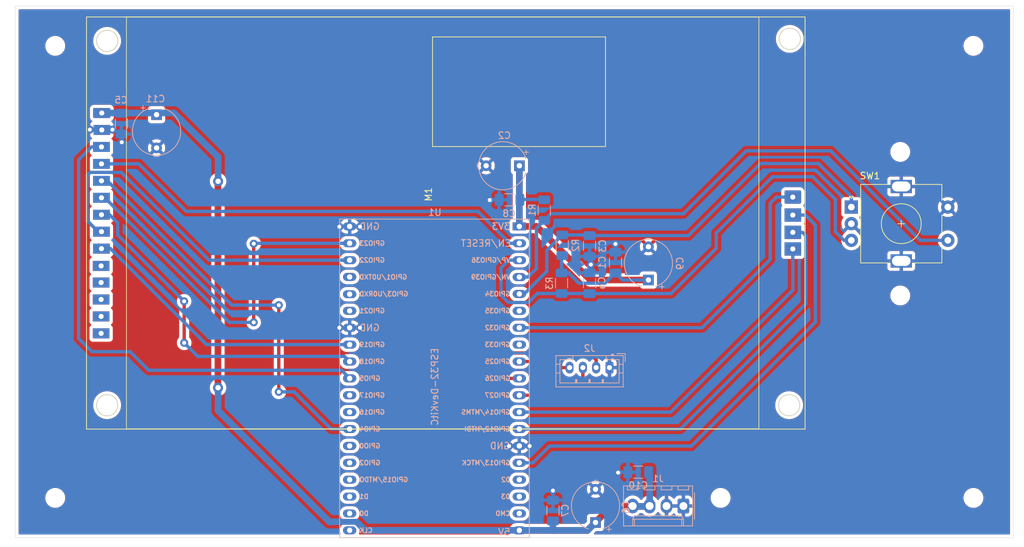
<source format=kicad_pcb>
(kicad_pcb (version 20241229) (generator "pcbnew") (generator_version "9.0")
  (layers (0 "F.Cu" signal) (2 "B.Cu" signal) (13 "F.Paste" user) (15 "B.Paste" user) (5 "F.SilkS" user "F.Silkscreen") (7 "B.SilkS" user "B.Silkscreen") (1 "F.Mask" user) (3 "B.Mask" user) (25 "Edge.Cuts" user))
  (net 0 "")
  (net 1 "GND")
  (net 2 "+3.3V")
  (net 3 "Net-(U1-VDET_1{slash}GPIO34{slash}ADC1_CH6)")
  (net 4 "Net-(U1-SENSOR_VP{slash}GPIO36{slash}ADC1_CH0)")
  (net 5 "/BCK")
  (net 6 "/LCK")
  (net 8 "sck")
  (net 9 "cs")
  (net 10 "sd(cs)")
  (net 12 "sdi(mosi)")
  (net 13 "dc{slash}rs")
  (net 14 "sdo(miso)")
  (net 17 "led backlight")
  (net 19 "reset")
  (net 20 "Net-(U1-SENSOR_VN{slash}GPIO39{slash}ADC1_CH3)")
  (net 21 "sd(mosi)")
  (net 24 "sd(miso)")
  (net 34 "sd(sck)")
  (net 40 "+5VA")
  (net 41 "/DIN")
  (footprint "MountingHole:MountingHole_2.5mm" (layer "F.Cu") (at 214 70.95)
    (property "Reference" "H7" (hide yes))
    (property "Value" "MountingHole" (hide yes))
    (pad "" np_thru_hole circle (at 0 0) (size 2.5 2.5) (drill 2.5) (layers "*.Cu" "*.Mask"))
  )
  (footprint "MountingHole:MountingHole_2.5mm" (layer "F.Cu") (at 225 55)
    (property "Reference" "H6" (hide yes))
    (property "Value" "MountingHole" (hide yes))
    (pad "" np_thru_hole circle (at 0 0) (size 2.5 2.5) (drill 2.5) (layers "*.Cu" "*.Mask"))
  )
  (footprint "Ekrany_TFT_LED:TFT_displayLED_TFT_display_4inch_480x320_ST7796S" (layer "F.Cu") (at 146.7 77.65 90)
    (property "Reference" "M1" (at 0.3 -3.6 90) (layer "F.SilkS"))
    (property "Value" "~")
    (fp_rect (start -35 -55) (end 27 53) (stroke (width 0.12)) (fill no) (layer "F.SilkS"))
    (fp_rect (start -34.95 -49) (end 27 46.05) (stroke (width 0.1)) (fill no) (layer "F.SilkS"))
    (fp_rect (start 7.5 -3) (end 24 23) (stroke (width 0.12)) (fill no) (layer "F.SilkS"))
    (fp_circle (center 23.4 -51.9) (end 23.4 -50.3) (stroke (width 0.12)) (fill no) (layer "F.SilkS"))
    (fp_circle (center -31.4 -51.9) (end -31.4 -50.3) (stroke (width 0.12)) (fill no) (layer "F.SilkS"))
    (fp_circle (center -31.4 50.6) (end -31.4 52.2) (stroke (width 0.12)) (fill no) (layer "F.SilkS"))
    (fp_circle (center 23.7 50.7) (end 23.7 52.3) (stroke (width 0.12)) (fill no) (layer "F.SilkS"))
    (fp_circle (center 23.4 -51.9) (end 25 -51.9) (stroke (width 0.12)) (fill no) (layer "Edge.Cuts"))
    (fp_circle (center -31.4 -51.9) (end -29.8 -51.9) (stroke (width 0.12)) (fill no) (layer "Edge.Cuts"))
    (fp_circle (center -31.4 50.6) (end -29.8 50.6) (stroke (width 0.12)) (fill no) (layer "Edge.Cuts"))
    (fp_circle (center 23.7 50.7) (end 25.3 50.7) (stroke (width 0.12)) (fill no) (layer "Edge.Cuts"))
    (pad "1" thru_hole roundrect (at 12.55 -52.7 90) (size 1.5 2.6) (drill 0.762) (layers "*.Cu" "*.Mask") (roundrect_rratio 0.1136363636) (net 40 "+5VA"))
    (pad "2" thru_hole rect (at 10 -52.7 90) (size 1.5 2.5) (drill 0.762) (layers "*.Cu" "*.Mask") (net 1 "GND"))
    (pad "3" thru_hole rect (at 7.45 -52.75 90) (size 1.5 2.5) (drill 0.762) (layers "*.Cu" "*.Mask") (net 9 "cs"))
    (pad "4" thru_hole rect (at 4.9 -52.75 90) (size 1.5 2.5) (drill 0.762) (layers "*.Cu" "*.Mask") (net 19 "reset"))
    (pad "5" thru_hole rect (at 2.35 -52.75 90) (size 1.5 2.5) (drill 0.762) (layers "*.Cu" "*.Mask") (net 13 "dc{slash}rs"))
    (pad "6" thru_hole rect (at -0.2 -52.75 90) (size 1.5 2.5) (drill 0.762) (layers "*.Cu" "*.Mask") (net 12 "sdi(mosi)"))
    (pad "7" thru_hole rect (at -2.75 -52.75 90) (size 1.5 2.5) (drill 0.762) (layers "*.Cu" "*.Mask") (net 8 "sck"))
    (pad "8" thru_hole rect (at -5.3 -52.75 90) (size 1.5 2.5) (drill 0.762) (layers "*.Cu" "*.Mask") (net 17 "led backlight"))
    (pad "9" thru_hole rect (at -7.85 -52.75 90) (size 1.5 2.5) (drill 0.762) (layers "*.Cu" "*.Mask") (net 14 "sdo(miso)"))
    (pad "10" thru_hole rect (at -10.45 -52.8 90) (size 1.5 2.5) (drill 0.762) (layers "*.Cu" "*.Mask"))
    (pad "11" thru_hole rect (at -12.95 -52.8 90) (size 1.5 2.5) (drill 0.762) (layers "*.Cu" "*.Mask"))
    (pad "12" thru_hole rect (at -15.5 -52.8 90) (size 1.5 2.5) (drill 0.762) (layers "*.Cu" "*.Mask"))
    (pad "13" thru_hole rect (at -18.05 -52.8 90) (size 1.5 2.5) (drill 0.762) (layers "*.Cu" "*.Mask"))
    (pad "14" thru_hole rect (at -20.6 -52.8 90) (size 1.5 2.5) (drill 0.762) (layers "*.Cu" "*.Mask"))
    (pad "A" thru_hole roundrect (at -0.1 51.15 90) (size 2 2.5) (drill 0.762) (layers "*.Cu" "*.Mask") (roundrect_rratio 0.1086956522) (net 10 "sd(cs)"))
    (pad "B" thru_hole rect (at -2.8 51.15 90) (size 2 2.5) (drill 0.762) (layers "*.Cu" "*.Mask") (net 21 "sd(mosi)"))
    (pad "C" thru_hole rect (at -5.4 51.15 90) (size 2 2.5) (drill 0.762) (layers "*.Cu" "*.Mask") (net 24 "sd(miso)"))
    (pad "D" thru_hole rect (at -7.9 51.15 90) (size 2 2.5) (drill 0.762) (layers "*.Cu" "*.Mask") (net 34 "sd(sck)"))
  )
  (footprint "MountingHole:MountingHole_2.5mm" (layer "F.Cu") (at 214 92.55)
    (property "Reference" "H4" (hide yes))
    (property "Value" "MountingHole" (hide yes))
    (pad "" np_thru_hole circle (at 0 0) (size 2.5 2.5) (drill 2.5) (layers "*.Cu" "*.Mask"))
  )
  (footprint "MountingHole:MountingHole_2.5mm" (layer "F.Cu") (at 225 123)
    (property "Reference" "H5" (hide yes))
    (property "Value" "MountingHole" (hide yes))
    (pad "" np_thru_hole circle (at 0 0) (size 2.5 2.5) (drill 2.5) (layers "*.Cu" "*.Mask"))
  )
  (footprint "MountingHole:MountingHole_2.5mm" (layer "F.Cu") (at 87 123)
    (property "Reference" "H1" (hide yes))
    (property "Value" "MountingHole" (hide yes))
    (pad "" np_thru_hole circle (at 0 0) (size 2.5 2.5) (drill 2.5) (layers "*.Cu" "*.Mask"))
  )
  (footprint "MountingHole:MountingHole_2.5mm" (layer "F.Cu") (at 187 123)
    (property "Reference" "H3" (hide yes))
    (property "Value" "MountingHole" (hide yes))
    (pad "" np_thru_hole circle (at 0 0) (size 2.5 2.5) (drill 2.5) (layers "*.Cu" "*.Mask"))
  )
  (footprint "MountingHole:MountingHole_2.5mm" (layer "F.Cu") (at 87 55)
    (property "Reference" "H2" (hide yes))
    (property "Value" "MountingHole" (hide yes))
    (pad "" np_thru_hole circle (at 0 0) (size 2.5 2.5) (drill 2.5) (layers "*.Cu" "*.Mask"))
  )
  (footprint "Rotary_Encoder:RotaryEncoder_Alps_EC11E-Switch_Vertical_H20mm" (layer "F.Cu") (at 206.65 79.25)
    (property "Reference" "SW1" (at 2.8 -4.7 0) (layer "F.SilkS"))
    (property "Value" "RotaryEncoder_Switch")
    (fp_line (start -0.3 -1.6) (end 0.3 -1.6) (stroke (width 0.12)) (layer "F.SilkS"))
    (fp_line (start 0 -1.3) (end -0.3 -1.6) (stroke (width 0.12)) (layer "F.SilkS"))
    (fp_line (start 0.3 -1.6) (end 0 -1.3) (stroke (width 0.12)) (layer "F.SilkS"))
    (fp_line (start 1.4 -3.4) (end 1.4 8.4) (stroke (width 0.12)) (layer "F.SilkS"))
    (fp_line (start 5.5 -3.4) (end 1.4 -3.4) (stroke (width 0.12)) (layer "F.SilkS"))
    (fp_line (start 5.5 8.4) (end 1.4 8.4) (stroke (width 0.12)) (layer "F.SilkS"))
    (fp_line (start 7 2.5) (end 8 2.5) (stroke (width 0.12)) (layer "F.SilkS"))
    (fp_line (start 7.5 2) (end 7.5 3) (stroke (width 0.12)) (layer "F.SilkS"))
    (fp_line (start 9.5 -3.4) (end 13.6 -3.4) (stroke (width 0.12)) (layer "F.SilkS"))
    (fp_line (start 13.6 -3.4) (end 13.6 -1) (stroke (width 0.12)) (layer "F.SilkS"))
    (fp_line (start 13.6 1.2) (end 13.6 3.8) (stroke (width 0.12)) (layer "F.SilkS"))
    (fp_line (start 13.6 6) (end 13.6 8.4) (stroke (width 0.12)) (layer "F.SilkS"))
    (fp_line (start 13.6 8.4) (end 9.5 8.4) (stroke (width 0.12)) (layer "F.SilkS"))
    (fp_circle (center 7.5 2.5) (end 10.5 2.5) (stroke (width 0.12)) (fill no) (layer "F.SilkS"))
    (pad "A" thru_hole rect (at 0 0) (size 2 2) (drill 1) (layers "*.Cu" "*.Mask") (net 3 "Net-(U1-VDET_1{slash}GPIO34{slash}ADC1_CH6)"))
    (pad "B" thru_hole circle (at 0 5) (size 2 2) (drill 1) (layers "*.Cu" "*.Mask") (net 4 "Net-(U1-SENSOR_VP{slash}GPIO36{slash}ADC1_CH0)"))
    (pad "C" thru_hole circle (at 0 2.5) (size 2 2) (drill 1) (layers "*.Cu" "*.Mask") (net 1 "GND"))
    (pad "MP" thru_hole rect (at 7.5 -3.1) (size 3.2 2) (drill oval 2.8 1.5) (layers "*.Cu" "*.Mask") (net 1 "GND"))
    (pad "MP" thru_hole rect (at 7.5 8.1) (size 3.2 2) (drill oval 2.8 1.5) (layers "*.Cu" "*.Mask") (net 1 "GND"))
    (pad "S1" thru_hole circle (at 14.5 5) (size 2 2) (drill 1) (layers "*.Cu" "*.Mask") (net 20 "Net-(U1-SENSOR_VN{slash}GPIO39{slash}ADC1_CH3)"))
    (pad "S2" thru_hole circle (at 14.5 0) (size 2 2) (drill 1) (layers "*.Cu" "*.Mask") (net 1 "GND"))
  )
  (footprint "Capacitor_SMD:C_1206_3216Metric_Pad1.33x1.80mm_HandSolder" (layer "B.Cu") (at 155.28 78.16 180)
    (property "Reference" "C8" (at 0.07 -2.07 0) (layer "B.SilkS") (effects (justify mirror)))
    (property "Value" "0,1u")
    (fp_line (start 0.711252 0.91) (end -0.711252 0.91) (stroke (width 0.12)) (layer "B.SilkS"))
    (fp_line (start 0.711252 -0.91) (end -0.711252 -0.91) (stroke (width 0.12)) (layer "B.SilkS"))
    (pad "1" smd roundrect (at -1.5625 0 180) (size 1.325 1.8) (layers "B.Cu" "B.Mask" "B.Paste") (roundrect_rratio 0.188679) (net 2 "+3.3V"))
    (pad "2" smd roundrect (at 1.5625 0 180) (size 1.325 1.8) (layers "B.Cu" "B.Mask" "B.Paste") (roundrect_rratio 0.188679) (net 1 "GND"))
  )
  (footprint "Resistor_SMD:R_1206_3216Metric_Pad1.30x1.75mm_HandSolder" (layer "B.Cu") (at 160.5 79.71 -90)
    (property "Reference" "R1" (at 0 1.82 90) (layer "B.SilkS") (effects (justify mirror)))
    (property "Value" "10k")
    (fp_line (start 0.727064 0.91) (end -0.727064 0.91) (stroke (width 0.12)) (layer "B.SilkS"))
    (fp_line (start 0.727064 -0.91) (end -0.727064 -0.91) (stroke (width 0.12)) (layer "B.SilkS"))
    (pad "1" smd roundrect (at -1.55 0 270) (size 1.3 1.75) (layers "B.Cu" "B.Mask" "B.Paste") (roundrect_rratio 0.192308) (net 2 "+3.3V"))
    (pad "2" smd roundrect (at 1.55 0 270) (size 1.3 1.75) (layers "B.Cu" "B.Mask" "B.Paste") (roundrect_rratio 0.192308) (net 20 "Net-(U1-SENSOR_VN{slash}GPIO39{slash}ADC1_CH3)"))
  )
  (footprint "Capacitor_SMD:C_1206_3216Metric_Pad1.33x1.80mm_HandSolder" (layer "B.Cu") (at 96.95 66.7 -90)
    (property "Reference" "C5" (at -3.55 0.06 180) (layer "B.SilkS") (effects (justify mirror)))
    (property "Value" "0,1u")
    (fp_line (start 0.711252 0.91) (end -0.711252 0.91) (stroke (width 0.12)) (layer "B.SilkS"))
    (fp_line (start 0.711252 -0.91) (end -0.711252 -0.91) (stroke (width 0.12)) (layer "B.SilkS"))
    (pad "1" smd roundrect (at -1.5625 0 270) (size 1.325 1.8) (layers "B.Cu" "B.Mask" "B.Paste") (roundrect_rratio 0.188679) (net 40 "+5VA"))
    (pad "2" smd roundrect (at 1.5625 0 270) (size 1.325 1.8) (layers "B.Cu" "B.Mask" "B.Paste") (roundrect_rratio 0.188679) (net 1 "GND"))
  )
  (footprint "Capacitor_SMD:C_1206_3216Metric_Pad1.33x1.80mm_HandSolder" (layer "B.Cu") (at 174.62 119.13 180)
    (property "Reference" "C10" (at 0 -1.97 0) (layer "B.SilkS") (effects (justify mirror)))
    (property "Value" "0,1u")
    (fp_line (start 0.711252 0.91) (end -0.711252 0.91) (stroke (width 0.12)) (layer "B.SilkS"))
    (fp_line (start 0.711252 -0.91) (end -0.711252 -0.91) (stroke (width 0.12)) (layer "B.SilkS"))
    (pad "1" smd roundrect (at -1.5625 0 180) (size 1.325 1.8) (layers "B.Cu" "B.Mask" "B.Paste") (roundrect_rratio 0.188679) (net 40 "+5VA"))
    (pad "2" smd roundrect (at 1.5625 0 180) (size 1.325 1.8) (layers "B.Cu" "B.Mask" "B.Paste") (roundrect_rratio 0.188679) (net 1 "GND"))
  )
  (footprint "PCM_Espressif:ESP32-DevKitC_ver2" (layer "B.Cu") (at 156.75 82.16 180)
    (property "Reference" "U1" (at 12.7 2.1 0) (layer "B.SilkS") (effects (justify mirror)))
    (property "Value" "ESP32-DevKitC" (at 12.7 -24.13 90) (layer "B.SilkS") (effects (justify mirror)))
    (fp_line (start 27 1.1) (end 26.999999 -46.82) (stroke (width 0.12)) (layer "B.SilkS"))
    (fp_line (start 26.999999 -46.82) (end -1.5 -46.82) (stroke (width 0.12)) (layer "B.SilkS"))
    (fp_line (start -1.499999 1.1) (end 27 1.1) (stroke (width 0.12)) (layer "B.SilkS"))
    (fp_line (start -1.5 -46.82) (end -1.499999 1.1) (stroke (width 0.12)) (layer "B.SilkS"))
    (fp_text user "5V" (at 1.26632 -45.97128 0) (layer "B.SilkS") (effects (justify left mirror)))
    (fp_text user "D1" (at 24.13 -40.64 0) (layer "B.SilkS") (effects (font (size 0.7 0.7)) (justify right mirror)))
    (fp_text user "GPIO18" (at 24.13 -20.32 0) (layer "B.SilkS") (effects (font (size 0.7 0.7)) (justify right mirror)))
    (fp_text user "CLK" (at 24.13 -45.72 0) (layer "B.SilkS") (effects (font (size 0.7 0.7)) (justify right mirror)))
    (fp_text user "GPIO13/MTCK" (at 1.27 -35.56 0) (layer "B.SilkS") (effects (font (size 0.7 0.7)) (justify left mirror)))
    (fp_text user "GPIO23" (at 24.13 -2.54 0) (layer "B.SilkS") (effects (font (size 0.7 0.7)) (justify right mirror)))
    (fp_text user "EN/RESET" (at 8.88632 -2.53728 0) (layer "B.SilkS") (effects (justify right mirror)))
    (fp_text user "GPIO1/U0TXD" (at 24.13 -7.62 0) (layer "B.SilkS") (effects (font (size 0.7 0.7)) (justify right mirror)))
    (fp_text user "D0" (at 24.13 -43.18 0) (layer "B.SilkS") (effects (font (size 0.7 0.7)) (justify right mirror)))
    (fp_text user "GND" (at 24.13 -15.24 0) (layer "B.SilkS") (effects (justify right mirror)))
    (fp_text user "GPIO3/U0RXD" (at 24.13 -10.16 0) (layer "B.SilkS") (effects (font (size 0.7 0.7)) (justify right mirror)))
    (fp_text user "GND" (at 24.13 0 0) (layer "B.SilkS") (effects (justify right mirror)))
    (fp_text user "GPIO33" (at 1.27 -17.78 0) (layer "B.SilkS") (effects (font (size 0.7 0.7)) (justify left mirror)))
    (fp_text user "GPIO21" (at 24.13 -12.7 0) (layer "B.SilkS") (effects (font (size 0.7 0.7)) (justify right mirror)))
    (fp_text user "GPIO22" (at 24.13 -5.08 0) (layer "B.SilkS") (effects (font (size 0.7 0.7)) (justify right mirror)))
    (fp_text user "GPIO5" (at 24.13 -22.86 0) (layer "B.SilkS") (effects (font (size 0.7 0.7)) (justify right mirror)))
    (fp_text user "3V3" (at 1.27 0 0) (layer "B.SilkS") (effects (justify left mirror)))
    (fp_text user "GPIO26" (at 1.27 -22.86 0) (layer "B.SilkS") (effects (font (size 0.7 0.7)) (justify left mirror)))
    (fp_text user "GPIO2" (at 24.13 -35.56 0) (layer "B.SilkS") (effects (font (size 0.7 0.7)) (justify right mirror)))
    (fp_text user "GPIO15/MTDO" (at 24.13 -38.1 0) (layer "B.SilkS") (effects (font (size 0.7 0.7)) (justify right mirror)))
    (fp_text user "VP/GPIO36" (at 1.27 -5.08 0) (layer "B.SilkS") (effects (font (size 0.7 0.7)) (justify left mirror)))
    (fp_text user "GPIO0" (at 24.13 -33.02 0) (layer "B.SilkS") (effects (font (size 0.7 0.7)) (justify right mirror)))
    (fp_text user "GPIO19" (at 24.13 -17.78 0) (layer "B.SilkS") (effects (font (size 0.7 0.7)) (justify right mirror)))
    (fp_text user "GPIO32" (at 1.27 -15.24 0) (layer "B.SilkS") (effects (font (size 0.7 0.7)) (justify left mirror)))
    (fp_text user "GND" (at 1.27 -33.02 0) (layer "B.SilkS") (effects (justify left mirror)))
    (fp_text user "D2" (at 1.27 -38.1 0) (layer "B.SilkS") (effects (font (size 0.7 0.7)) (justify left mirror)))
    (fp_text user "GPIO35" (at 1.27 -12.7 0) (layer "B.SilkS") (effects (font (size 0.7 0.7)) (justify left mirror)))
    (fp_text user "GPIO12/MTDI" (at 1.27 -30.48 0) (layer "B.SilkS") (effects (font (size 0.7 0.7)) (justify left mirror)))
    (fp_text user "CMD" (at 1.27 -43.18 0) (layer "B.SilkS") (effects (font (size 0.7 0.7)) (justify left mirror)))
    (fp_text user "GPIO14/MTMS" (at 1.27 -27.94 0) (layer "B.SilkS") (effects (font (size 0.7 0.7)) (justify left mirror)))
    (fp_text user "GPIO34" (at 1.27 -10.16 0) (layer "B.SilkS") (effects (font (size 0.7 0.7)) (justify left mirror)))
    (fp_text user "GPIO25" (at 1.27 -20.32 0) (layer "B.SilkS") (effects (font (size 0.7 0.7)) (justify left mirror)))
    (fp_text user "VN/GPIO39" (at 1.27 -7.62 0) (layer "B.SilkS") (effects (font (size 0.7 0.7)) (justify left mirror)))
    (fp_text user "GPIO27" (at 1.27 -25.4 0) (layer "B.SilkS") (effects (font (size 0.7 0.7)) (justify left mirror)))
    (fp_text user "GPIO17" (at 24.13 -25.4 0) (layer "B.SilkS") (effects (font (size 0.7 0.7)) (justify right mirror)))
    (fp_text user "GPIO4" (at 24.13 -30.48 0) (layer "B.SilkS") (effects (font (size 0.7 0.7)) (justify right mirror)))
    (fp_text user "D3" (at 1.27 -40.64 0) (layer "B.SilkS") (effects (font (size 0.7 0.7)) (justify left mirror)))
    (fp_text user "GPIO16" (at 24.13 -27.94 0) (layer "B.SilkS") (effects (font (size 0.7 0.7)) (justify right mirror)))
    (pad "1" thru_hole rect (at 0 0 270) (size 1.2 2) (drill 0.8) (layers "*.Cu" "*.Mask") (net 2 "+3.3V"))
    (pad "2" thru_hole oval (at 0 -2.54 270) (size 1.2 2) (drill 0.8) (layers "*.Cu" "*.Mask") (net 19 "reset"))
    (pad "3" thru_hole oval (at 0 -5.08 270) (size 1.2 2) (drill 0.8) (layers "*.Cu" "*.Mask") (net 4 "Net-(U1-SENSOR_VP{slash}GPIO36{slash}ADC1_CH0)"))
    (pad "4" thru_hole oval (at 0 -7.62 270) (size 1.2 2) (drill 0.8) (layers "*.Cu" "*.Mask") (net 20 "Net-(U1-SENSOR_VN{slash}GPIO39{slash}ADC1_CH3)"))
    (pad "5" thru_hole oval (at 0 -10.16 270) (size 1.2 2) (drill 0.8) (layers "*.Cu" "*.Mask") (net 3 "Net-(U1-VDET_1{slash}GPIO34{slash}ADC1_CH6)"))
    (pad "6" thru_hole oval (at 0 -12.7 270) (size 1.2 2) (drill 0.8) (layers "*.Cu" "*.Mask"))
    (pad "7" thru_hole oval (at 0 -15.24 270) (size 1.2 2) (drill 0.8) (layers "*.Cu" "*.Mask") (net 10 "sd(cs)"))
    (pad "8" thru_hole oval (at 0 -17.78 270) (size 1.2 2) (drill 0.8) (layers "*.Cu" "*.Mask"))
    (pad "9" thru_hole oval (at 0 -20.32 270) (size 1.2 2) (drill 0.8) (layers "*.Cu" "*.Mask") (net 6 "/LCK"))
    (pad "10" thru_hole oval (at 0 -22.86 270) (size 1.2 2) (drill 0.8) (layers "*.Cu" "*.Mask") (net 5 "/BCK"))
    (pad "11" thru_hole oval (at 0 -25.4 270) (size 1.2 2) (drill 0.8) (layers "*.Cu" "*.Mask") (net 41 "/DIN"))
    (pad "12" thru_hole oval (at 0 -27.94 270) (size 1.2 2) (drill 0.8) (layers "*.Cu" "*.Mask") (net 34 "sd(sck)"))
    (pad "13" thru_hole oval (at 0 -30.48 270) (size 1.2 2) (drill 0.8) (layers "*.Cu" "*.Mask") (net 24 "sd(miso)"))
    (pad "14" thru_hole oval (at 0 -33.02 270) (size 1.2 2) (drill 0.8) (layers "*.Cu" "*.Mask") (net 1 "GND"))
    (pad "15" thru_hole oval (at 0 -35.56 270) (size 1.2 2) (drill 0.8) (layers "*.Cu" "*.Mask") (net 21 "sd(mosi)"))
    (pad "16" thru_hole oval (at 0 -38.1 270) (size 1.2 2) (drill 0.8) (layers "*.Cu" "*.Mask"))
    (pad "17" thru_hole oval (at 0 -40.64 270) (size 1.2 2) (drill 0.8) (layers "*.Cu" "*.Mask"))
    (pad "18" thru_hole oval (at 0 -43.18 270) (size 1.2 2) (drill 0.8) (layers "*.Cu" "*.Mask"))
    (pad "19" thru_hole oval (at 0 -45.72 270) (size 1.2 2) (drill 0.8) (layers "*.Cu" "*.Mask") (net 40 "+5VA"))
    (pad "20" thru_hole oval (at 25.5 -45.71728 270) (size 1.2 2) (drill 0.8) (layers "*.Cu" "*.Mask"))
    (pad "21" thru_hole oval (at 25.5 -43.17728 270) (size 1.2 2) (drill 0.8) (layers "*.Cu" "*.Mask"))
    (pad "22" thru_hole oval (at 25.5 -40.64 270) (size 1.2 2) (drill 0.8) (layers "*.Cu" "*.Mask"))
    (pad "23" thru_hole oval (at 25.5 -38.1 270) (size 1.2 2) (drill 0.8) (layers "*.Cu" "*.Mask"))
    (pad "24" thru_hole oval (at 25.5 -35.56 270) (size 1.2 2) (drill 0.8) (layers "*.Cu" "*.Mask"))
    (pad "25" thru_hole oval (at 25.5 -33.02 270) (size 1.2 2) (drill 0.8) (layers "*.Cu" "*.Mask"))
    (pad "26" thru_hole oval (at 25.5 -30.48 270) (size 1.2 2) (drill 0.8) (layers "*.Cu" "*.Mask") (net 13 "dc{slash}rs"))
    (pad "27" thru_hole oval (at 25.5 -27.94 270) (size 1.2 2) (drill 0.8) (layers "*.Cu" "*.Mask"))
    (pad "28" thru_hole oval (at 25.5 -25.4 270) (size 1.2 2) (drill 0.8) (layers "*.Cu" "*.Mask"))
    (pad "29" thru_hole oval (at 25.5 -22.86 270) (size 1.2 2) (drill 0.8) (layers "*.Cu" "*.Mask") (net 9 "cs"))
    (pad "30" thru_hole oval (at 25.5 -20.32 270) (size 1.2 2) (drill 0.8) (layers "*.Cu" "*.Mask") (net 8 "sck"))
    (pad "31" thru_hole oval (at 25.5 -17.78 270) (size 1.2 2) (drill 0.8) (layers "*.Cu" "*.Mask") (net 14 "sdo(miso)"))
    (pad "32" thru_hole oval (at 25.5 -15.24 270) (size 1.2 2) (drill 0.8) (layers "*.Cu" "*.Mask") (net 1 "GND"))
    (pad "33" thru_hole oval (at 25.5 -12.7 270) (size 1.2 2) (drill 0.8) (layers "*.Cu" "*.Mask"))
    (pad "34" thru_hole oval (at 25.5 -10.2 270) (size 1.2 2) (drill 0.8) (layers "*.Cu" "*.Mask"))
    (pad "35" thru_hole oval (at 25.5 -7.6 270) (size 1.2 2) (drill 0.8) (layers "*.Cu" "*.Mask"))
    (pad "36" thru_hole oval (at 25.5 -5.08 270) (size 1.2 2) (drill 0.8) (layers "*.Cu" "*.Mask") (net 17 "led backlight"))
    (pad "37" thru_hole oval (at 25.5 -2.54 270) (size 1.2 2) (drill 0.8) (layers "*.Cu" "*.Mask") (net 12 "sdi(mosi)"))
    (pad "38" thru_hole oval (at 25.5 0 270) (size 1.2 2) (drill 0.8) (layers "*.Cu" "*.Mask") (net 1 "GND"))
  )
  (footprint "Capacitor_THT:CP_Radial_Tantal_D7.0mm_P5.00mm" (layer "B.Cu") (at 168.2 126.7 90)
    (property "Reference" "C6" (at 2.29 4.56 90) (layer "B.SilkS") (effects (justify mirror)))
    (property "Value" "47u/6.3V")
    (fp_line (start -1.024723 1.685) (end -1.024723 2.385) (stroke (width 0.12)) (layer "B.SilkS"))
    (fp_line (start -0.674723 2.035) (end -1.374723 2.035) (stroke (width 0.12)) (layer "B.SilkS"))
    (fp_arc (start -0.961329 -1.06) (mid 6.12 0) (end -0.961329 1.06) (stroke (width 0.12)) (layer "B.SilkS"))
    (pad "1" thru_hole rect (at 0 0 90) (size 1.6 1.6) (drill 0.8) (layers "*.Cu" "*.Mask") (net 40 "+5VA"))
    (pad "2" thru_hole circle (at 5 0 90) (size 1.6 1.6) (drill 0.8) (layers "*.Cu" "*.Mask") (net 1 "GND"))
  )
  (footprint "Resistor_SMD:R_1206_3216Metric_Pad1.30x1.75mm_HandSolder" (layer "B.Cu") (at 163.1 90.7 -90)
    (property "Reference" "R3" (at 0 1.82 90) (layer "B.SilkS") (effects (justify mirror)))
    (property "Value" "10k")
    (fp_line (start 0.727064 0.91) (end -0.727064 0.91) (stroke (width 0.12)) (layer "B.SilkS"))
    (fp_line (start 0.727064 -0.91) (end -0.727064 -0.91) (stroke (width 0.12)) (layer "B.SilkS"))
    (pad "1" smd roundrect (at -1.55 0 270) (size 1.3 1.75) (layers "B.Cu" "B.Mask" "B.Paste") (roundrect_rratio 0.192308) (net 2 "+3.3V"))
    (pad "2" smd roundrect (at 1.55 0 270) (size 1.3 1.75) (layers "B.Cu" "B.Mask" "B.Paste") (roundrect_rratio 0.192308) (net 4 "Net-(U1-SENSOR_VP{slash}GPIO36{slash}ADC1_CH0)"))
  )
  (footprint "Capacitor_THT:CP_Radial_Tantal_D7.0mm_P5.00mm" (layer "B.Cu") (at 156.760139 73.03 180)
    (property "Reference" "C2" (at 2.260139 4.55 0) (layer "B.SilkS") (effects (justify mirror)))
    (property "Value" "33u/6.3V")
    (fp_line (start -0.674723 2.035) (end -1.374723 2.035) (stroke (width 0.12)) (layer "B.SilkS"))
    (fp_line (start -1.024723 1.685) (end -1.024723 2.385) (stroke (width 0.12)) (layer "B.SilkS"))
    (fp_arc (start -0.961329 -1.06) (mid 6.12 0) (end -0.961329 1.06) (stroke (width 0.12)) (layer "B.SilkS"))
    (pad "1" thru_hole rect (at 0 0 180) (size 1.6 1.6) (drill 0.8) (layers "*.Cu" "*.Mask") (net 2 "+3.3V"))
    (pad "2" thru_hole circle (at 5 0 180) (size 1.6 1.6) (drill 0.8) (layers "*.Cu" "*.Mask") (net 1 "GND"))
  )
  (footprint "Capacitor_SMD:C_1206_3216Metric_Pad1.33x1.80mm_HandSolder" (layer "B.Cu") (at 167.3 90.7 90)
    (property "Reference" "C4" (at 0 1.85 90) (layer "B.SilkS") (effects (justify mirror)))
    (property "Value" "22n")
    (fp_line (start 0.711252 -0.91) (end -0.711252 -0.91) (stroke (width 0.12)) (layer "B.SilkS"))
    (fp_line (start 0.711252 0.91) (end -0.711252 0.91) (stroke (width 0.12)) (layer "B.SilkS"))
    (pad "1" smd roundrect (at -1.5625 0 90) (size 1.325 1.8) (layers "B.Cu" "B.Mask" "B.Paste") (roundrect_rratio 0.188679) (net 4 "Net-(U1-SENSOR_VP{slash}GPIO36{slash}ADC1_CH0)"))
    (pad "2" smd roundrect (at 1.5625 0 90) (size 1.325 1.8) (layers "B.Cu" "B.Mask" "B.Paste") (roundrect_rratio 0.188679) (net 1 "GND"))
  )
  (footprint "Connector_JST:JST_PH_B4B-PH-K_1x04_P2.00mm_Vertical" (layer "B.Cu") (at 170.3 103.4 180)
    (property "Reference" "J2" (at 3 2.9 0) (layer "B.SilkS") (effects (justify mirror)))
    (property "Value" "JST 1x04")
    (fp_line (start 8.06 1.81) (end -2.06 1.81) (stroke (width 0.12)) (layer "B.SilkS"))
    (fp_line (start 8.06 0.5) (end 7.45 0.5) (stroke (width 0.12)) (layer "B.SilkS"))
    (fp_line (start 8.06 -0.8) (end 7.45 -0.8) (stroke (width 0.12)) (layer "B.SilkS"))
    (fp_line (start 8.06 -2.91) (end 8.06 1.81) (stroke (width 0.12)) (layer "B.SilkS"))
    (fp_line (start 7.45 1.2) (end 5.5 1.2) (stroke (width 0.12)) (layer "B.SilkS"))
    (fp_line (start 7.45 -2.3) (end 7.45 1.2) (stroke (width 0.12)) (layer "B.SilkS"))
    (fp_line (start 5.5 1.2) (end 5.5 1.81) (stroke (width 0.12)) (layer "B.SilkS"))
    (fp_line (start 5.1 -1.8) (end 5.1 -2.3) (stroke (width 0.12)) (layer "B.SilkS"))
    (fp_line (start 5 -2.3) (end 5 -1.8) (stroke (width 0.12)) (layer "B.SilkS"))
    (fp_line (start 4.9 -1.8) (end 5.1 -1.8) (stroke (width 0.12)) (layer "B.SilkS"))
    (fp_line (start 4.9 -2.3) (end 4.9 -1.8) (stroke (width 0.12)) (layer "B.SilkS"))
    (fp_line (start 3.1 -1.8) (end 3.1 -2.3) (stroke (width 0.12)) (layer "B.SilkS"))
    (fp_line (start 3 -2.3) (end 3 -1.8) (stroke (width 0.12)) (layer "B.SilkS"))
    (fp_line (start 2.9 -1.8) (end 3.1 -1.8) (stroke (width 0.12)) (layer "B.SilkS"))
    (fp_line (start 2.9 -2.3) (end 2.9 -1.8) (stroke (width 0.12)) (layer "B.SilkS"))
    (fp_line (start 1.1 -1.8) (end 1.1 -2.3) (stroke (width 0.12)) (layer "B.SilkS"))
    (fp_line (start 1 -2.3) (end 1 -1.8) (stroke (width 0.12)) (layer "B.SilkS"))
    (fp_line (start 0.9 -1.8) (end 1.1 -1.8) (stroke (width 0.12)) (layer "B.SilkS"))
    (fp_line (start 0.9 -2.3) (end 0.9 -1.8) (stroke (width 0.12)) (layer "B.SilkS"))
    (fp_line (start 0.5 1.81) (end 0.5 1.2) (stroke (width 0.12)) (layer "B.SilkS"))
    (fp_line (start 0.5 1.2) (end -1.45 1.2) (stroke (width 0.12)) (layer "B.SilkS"))
    (fp_line (start -0.3 2.01) (end -0.6 2.01) (stroke (width 0.12)) (layer "B.SilkS"))
    (fp_line (start -0.3 1.91) (end -0.6 1.91) (stroke (width 0.12)) (layer "B.SilkS"))
    (fp_line (start -0.3 1.81) (end -0.3 2.01) (stroke (width 0.12)) (layer "B.SilkS"))
    (fp_line (start -0.6 2.01) (end -0.6 1.81) (stroke (width 0.12)) (layer "B.SilkS"))
    (fp_line (start -1.11 2.11) (end -2.36 2.11) (stroke (width 0.12)) (layer "B.SilkS"))
    (fp_line (start -1.45 1.2) (end -1.45 -2.3) (stroke (width 0.12)) (layer "B.SilkS"))
    (fp_line (start -1.45 -2.3) (end 7.45 -2.3) (stroke (width 0.12)) (layer "B.SilkS"))
    (fp_line (start -2.06 1.81) (end -2.06 -2.91) (stroke (width 0.12)) (layer "B.SilkS"))
    (fp_line (start -2.06 0.5) (end -1.45 0.5) (stroke (width 0.12)) (layer "B.SilkS"))
    (fp_line (start -2.06 -0.8) (end -1.45 -0.8) (stroke (width 0.12)) (layer "B.SilkS"))
    (fp_line (start -2.06 -2.91) (end 8.06 -2.91) (stroke (width 0.12)) (layer "B.SilkS"))
    (fp_line (start -2.36 2.11) (end -2.36 0.86) (stroke (width 0.12)) (layer "B.SilkS"))
    (pad "1" thru_hole roundrect (at 0 0 180) (size 1.2 1.75) (drill 0.75) (layers "*.Cu" "*.Mask") (roundrect_rratio 0.208333) (net 1 "GND"))
    (pad "2" thru_hole oval (at 2 0 180) (size 1.2 1.75) (drill 0.75) (layers "*.Cu" "*.Mask") (net 5 "/BCK"))
    (pad "3" thru_hole oval (at 4 0 180) (size 1.2 1.75) (drill 0.75) (layers "*.Cu" "*.Mask") (net 41 "/DIN"))
    (pad "4" thru_hole oval (at 6 0 180) (size 1.2 1.75) (drill 0.75) (layers "*.Cu" "*.Mask") (net 6 "/LCK"))
  )
  (footprint "Capacitor_SMD:C_1206_3216Metric_Pad1.33x1.80mm_HandSolder" (layer "B.Cu") (at 171.2 87.6 90)
    (property "Reference" "C1" (at 0.01 -1.99 90) (layer "B.SilkS") (effects (justify mirror)))
    (property "Value" "0,1u")
    (fp_line (start 0.711252 -0.91) (end -0.711252 -0.91) (stroke (width 0.12)) (layer "B.SilkS"))
    (fp_line (start 0.711252 0.91) (end -0.711252 0.91) (stroke (width 0.12)) (layer "B.SilkS"))
    (pad "1" smd roundrect (at -1.5625 0 90) (size 1.325 1.8) (layers "B.Cu" "B.Mask" "B.Paste") (roundrect_rratio 0.188679) (net 2 "+3.3V"))
    (pad "2" smd roundrect (at 1.5625 0 90) (size 1.325 1.8) (layers "B.Cu" "B.Mask" "B.Paste") (roundrect_rratio 0.188679) (net 1 "GND"))
  )
  (footprint "Capacitor_SMD:C_1206_3216Metric_Pad1.33x1.80mm_HandSolder" (layer "B.Cu") (at 161.8 124.9 90)
    (property "Reference" "C7" (at 0 1.85 90) (layer "B.SilkS") (effects (justify mirror)))
    (property "Value" "0,1u")
    (fp_line (start 0.711252 -0.91) (end -0.711252 -0.91) (stroke (width 0.12)) (layer "B.SilkS"))
    (fp_line (start 0.711252 0.91) (end -0.711252 0.91) (stroke (width 0.12)) (layer "B.SilkS"))
    (pad "1" smd roundrect (at -1.5625 0 90) (size 1.325 1.8) (layers "B.Cu" "B.Mask" "B.Paste") (roundrect_rratio 0.188679) (net 40 "+5VA"))
    (pad "2" smd roundrect (at 1.5625 0 90) (size 1.325 1.8) (layers "B.Cu" "B.Mask" "B.Paste") (roundrect_rratio 0.188679) (net 1 "GND"))
  )
  (footprint "Resistor_SMD:R_1206_3216Metric_Pad1.30x1.75mm_HandSolder" (layer "B.Cu") (at 163.2 85 90)
    (property "Reference" "R2" (at 0.01 2.02 90) (layer "B.SilkS") (effects (justify mirror)))
    (property "Value" "10k")
    (fp_line (start 0.727064 -0.91) (end -0.727064 -0.91) (stroke (width 0.12)) (layer "B.SilkS"))
    (fp_line (start 0.727064 0.91) (end -0.727064 0.91) (stroke (width 0.12)) (layer "B.SilkS"))
    (pad "1" smd roundrect (at -1.55 0 90) (size 1.3 1.75) (layers "B.Cu" "B.Mask" "B.Paste") (roundrect_rratio 0.192308) (net 2 "+3.3V"))
    (pad "2" smd roundrect (at 1.55 0 90) (size 1.3 1.75) (layers "B.Cu" "B.Mask" "B.Paste") (roundrect_rratio 0.192308) (net 3 "Net-(U1-VDET_1{slash}GPIO34{slash}ADC1_CH6)"))
  )
  (footprint "Capacitor_SMD:C_1206_3216Metric_Pad1.33x1.80mm_HandSolder" (layer "B.Cu") (at 167.3 85.1 -90)
    (property "Reference" "C3" (at 0 -1.97 90) (layer "B.SilkS") (effects (justify mirror)))
    (property "Value" "22n")
    (fp_line (start 0.711252 0.91) (end -0.711252 0.91) (stroke (width 0.12)) (layer "B.SilkS"))
    (fp_line (start 0.711252 -0.91) (end -0.711252 -0.91) (stroke (width 0.12)) (layer "B.SilkS"))
    (pad "1" smd roundrect (at -1.5625 0 270) (size 1.325 1.8) (layers "B.Cu" "B.Mask" "B.Paste") (roundrect_rratio 0.188679) (net 3 "Net-(U1-VDET_1{slash}GPIO34{slash}ADC1_CH6)"))
    (pad "2" smd roundrect (at 1.5625 0 270) (size 1.325 1.8) (layers "B.Cu" "B.Mask" "B.Paste") (roundrect_rratio 0.188679) (net 1 "GND"))
  )
  (footprint "Capacitor_THT:CP_Radial_Tantal_D7.0mm_P5.00mm" (layer "B.Cu") (at 102.23 65.349862 -90)
    (property "Reference" "C11" (at -2.38 0.17 180) (layer "B.SilkS") (effects (justify mirror)))
    (property "Value" "33u/6.3V")
    (fp_line (start -0.674723 2.035) (end -1.374723 2.035) (stroke (width 0.12)) (layer "B.SilkS"))
    (fp_line (start -1.024723 1.685) (end -1.024723 2.385) (stroke (width 0.12)) (layer "B.SilkS"))
    (fp_arc (start -0.961329 -1.06) (mid 6.12 0) (end -0.961329 1.06) (stroke (width 0.12)) (layer "B.SilkS"))
    (pad "1" thru_hole rect (at 0 0 270) (size 1.6 1.6) (drill 0.8) (layers "*.Cu" "*.Mask") (net 40 "+5VA"))
    (pad "2" thru_hole circle (at 5 0 270) (size 1.6 1.6) (drill 0.8) (layers "*.Cu" "*.Mask") (net 1 "GND"))
  )
  (footprint "Capacitor_THT:CP_Radial_Tantal_D7.0mm_P5.00mm" (layer "B.Cu") (at 176.15 90.220139 90)
    (property "Reference" "C9" (at 2.5 4.75 90) (layer "B.SilkS") (effects (justify mirror)))
    (property "Value" "33u/6.3V")
    (fp_line (start -1.024723 1.685) (end -1.024723 2.385) (stroke (width 0.12)) (layer "B.SilkS"))
    (fp_line (start -0.674723 2.035) (end -1.374723 2.035) (stroke (width 0.12)) (layer "B.SilkS"))
    (fp_arc (start -0.961329 -1.06) (mid 6.12 0) (end -0.961329 1.06) (stroke (width 0.12)) (layer "B.SilkS"))
    (pad "1" thru_hole rect (at 0 0 90) (size 1.6 1.6) (drill 0.8) (layers "*.Cu" "*.Mask") (net 2 "+3.3V"))
    (pad "2" thru_hole circle (at 5 0 90) (size 1.6 1.6) (drill 0.8) (layers "*.Cu" "*.Mask") (net 1 "GND"))
  )
  (footprint "Connector_Molex:Molex_KK-254_AE-6410-04A_1x04_P2.54mm_Vertical" (layer "B.Cu") (at 181.41 124.22 180)
    (property "Reference" "J1" (at 3.81 4.12 0) (layer "B.SilkS") (effects (justify mirror)))
    (property "Value" "Conn_01x04")
    (fp_line (start 9 3.03) (end -1.38 3.03) (stroke (width 0.12)) (layer "B.SilkS"))
    (fp_line (start 9 -2.99) (end 9 3.03) (stroke (width 0.12)) (layer "B.SilkS"))
    (fp_line (start 8.42 2.43) (end 8.42 3.03) (stroke (width 0.12)) (layer "B.SilkS"))
    (fp_line (start 7.62 -1.99) (end 7.62 -2.99) (stroke (width 0.12)) (layer "B.SilkS"))
    (fp_line (start 7.37 -1.46) (end 7.62 -1.99) (stroke (width 0.12)) (layer "B.SilkS"))
    (fp_line (start 7.37 -2.99) (end 7.37 -1.99) (stroke (width 0.12)) (layer "B.SilkS"))
    (fp_line (start 6.82 3.03) (end 6.82 2.43) (stroke (width 0.12)) (layer "B.SilkS"))
    (fp_line (start 6.82 2.43) (end 8.42 2.43) (stroke (width 0.12)) (layer "B.SilkS"))
    (fp_line (start 5.88 2.43) (end 5.88 3.03) (stroke (width 0.12)) (layer "B.SilkS"))
    (fp_line (start 4.28 3.03) (end 4.28 2.43) (stroke (width 0.12)) (layer "B.SilkS"))
    (fp_line (start 4.28 2.43) (end 5.88 2.43) (stroke (width 0.12)) (layer "B.SilkS"))
    (fp_line (start 3.34 2.43) (end 3.34 3.03) (stroke (width 0.12)) (layer "B.SilkS"))
    (fp_line (start 1.74 3.03) (end 1.74 2.43) (stroke (width 0.12)) (layer "B.SilkS"))
    (fp_line (start 1.74 2.43) (end 3.34 2.43) (stroke (width 0.12)) (layer "B.SilkS"))
    (fp_line (start 0.8 2.43) (end 0.8 3.03) (stroke (width 0.12)) (layer "B.SilkS"))
    (fp_line (start 0.25 -1.46) (end 7.37 -1.46) (stroke (width 0.12)) (layer "B.SilkS"))
    (fp_line (start 0.25 -2.99) (end 0.25 -1.99) (stroke (width 0.12)) (layer "B.SilkS"))
    (fp_line (start 0 -1.99) (end 7.62 -1.99) (stroke (width 0.12)) (layer "B.SilkS"))
    (fp_line (start 0 -1.99) (end 0.25 -1.46) (stroke (width 0.12)) (layer "B.SilkS"))
    (fp_line (start 0 -2.99) (end 0 -1.99) (stroke (width 0.12)) (layer "B.SilkS"))
    (fp_line (start -0.8 3.03) (end -0.8 2.43) (stroke (width 0.12)) (layer "B.SilkS"))
    (fp_line (start -0.8 2.43) (end 0.8 2.43) (stroke (width 0.12)) (layer "B.SilkS"))
    (fp_line (start -1.38 3.03) (end -1.38 -2.99) (stroke (width 0.12)) (layer "B.SilkS"))
    (fp_line (start -1.38 -2.99) (end 9 -2.99) (stroke (width 0.12)) (layer "B.SilkS"))
    (fp_line (start -1.67 2) (end -1.67 -2) (stroke (width 0.12)) (layer "B.SilkS"))
    (pad "1" thru_hole roundrect (at 0 0 180) (size 1.74 2.19) (drill 1.19) (layers "*.Cu" "*.Mask") (roundrect_rratio 0.143678) (net 1 "GND"))
    (pad "2" thru_hole oval (at 2.54 0 180) (size 1.74 2.19) (drill 1.19) (layers "*.Cu" "*.Mask") (net 1 "GND"))
    (pad "3" thru_hole oval (at 5.08 0 180) (size 1.74 2.19) (drill 1.19) (layers "*.Cu" "*.Mask") (net 40 "+5VA"))
    (pad "4" thru_hole oval (at 7.62 0 180) (size 1.74 2.19) (drill 1.19) (layers "*.Cu" "*.Mask") (net 40 "+5VA"))
  )
  (gr_rect (start 81 49) (end 231 129) (stroke (width 0.05)) (fill no) (layer "Edge.Cuts"))
  (via (at 158.3 115.2) (size 1.2) (drill 0.6) (layers "F.Cu" "B.Cu") (net 1))
  (via (at 171.2 84.8) (size 1.2) (drill 0.6) (layers "F.Cu" "B.Cu") (net 1))
  (via (at 95.6 67.6) (size 1.2) (drill 0.6) (layers "F.Cu" "B.Cu") (net 1))
  (via (at 129.7 97.4) (size 1.2) (drill 0.6) (layers "F.Cu" "B.Cu") (net 1))
  (via (at 152.3 78.2) (size 1.2) (drill 0.6) (layers "F.Cu" "B.Cu") (net 1))
  (via (at 171.6 119.2) (size 1.2) (drill 0.6) (layers "F.Cu" "B.Cu") (net 1))
  (via (at 167.5 87.9) (size 1.2) (drill 0.6) (layers "F.Cu" "B.Cu") (net 1))
  (via (at 132.8 82.2) (size 1.2) (drill 0.6) (layers "F.Cu" "B.Cu") (net 1))
  (via (at 97 69.5) (size 1.2) (drill 0.6) (layers "F.Cu" "B.Cu") (net 1))
  (via (at 155.2 115.2) (size 1.2) (drill 0.6) (layers "F.Cu" "B.Cu") (net 1))
  (via (at 129.7 82.2) (size 1.2) (drill 0.6) (layers "F.Cu" "B.Cu") (net 1))
  (via (at 132.8 97.4) (size 1.2) (drill 0.6) (layers "F.Cu" "B.Cu") (net 1))
  (via (at 92.2 67.6) (size 1.2) (drill 0.6) (layers "F.Cu" "B.Cu") (net 1))
  (via (at 161.8 121.9) (size 1.2) (drill 0.6) (layers "F.Cu" "B.Cu") (net 1))
  (segment (start 171.2125 86.05) (end 171.2 86.0375) (width 0.5) (layer "B.Cu") (net 1))
  (segment (start 167.5925 86.37) (end 167.3 86.6625) (width 0.5) (layer "B.Cu") (net 1))
  (segment (start 171.2 86.0375) (end 170.8675 86.37) (width 0.5) (layer "B.Cu") (net 1))
  (segment (start 159.36 82.16) (end 156.75 82.16) (width 1) (layer "F.Cu") (net 2))
  (segment (start 167.420139 90.220139) (end 159.36 82.16) (width 1) (layer "F.Cu") (net 2))
  (segment (start 156.950139 73.03) (end 157.020139 73.1) (width 1) (layer "F.Cu") (net 2))
  (segment (start 156.75 73.040139) (end 156.760139 73.03) (width 1) (layer "F.Cu") (net 2))
  (segment (start 156.75 82.16) (end 156.75 73.040139) (width 1) (layer "F.Cu") (net 2))
  (segment (start 156.760139 73.03) (end 156.950139 73.03) (width 1) (layer "F.Cu") (net 2))
  (segment (start 175.7 90.220139) (end 167.420139 90.220139) (width 1) (layer "F.Cu") (net 2))
  (segment (start 156.76 73.560139) (end 156.76 77.5975) (width 1) (layer "B.Cu") (net 2))
  (segment (start 171.2 89.1625) (end 171.1375 89.1625) (width 0.5) (layer "B.Cu") (net 2))
  (segment (start 165.7 90.7) (end 164.15 89.15) (width 0.5) (layer "B.Cu") (net 2))
  (segment (start 169.6 90.7) (end 165.7 90.7) (width 0.5) (layer "B.Cu") (net 2))
  (segment (start 164.15 89.15) (end 163.1 89.15) (width 0.5) (layer "B.Cu") (net 2))
  (segment (start 156.75 82.16) (end 156.75 78.6125) (width 1) (layer "B.Cu") (net 2))
  (segment (start 172.257639 90.220139) (end 171.2 89.1625) (width 0.5) (layer "B.Cu") (net 2))
  (segment (start 160.44 78.1) (end 160.5 78.16) (width 0.5) (layer "B.Cu") (net 2))
  (segment (start 163.1 89.15) (end 163.1 86.65) (width 0.5) (layer "B.Cu") (net 2))
  (segment (start 176.15 90.220139) (end 172.257639 90.220139) (width 0.5) (layer "B.Cu") (net 2))
  (segment (start 156.760139 73.56) (end 156.76 73.560139) (width 1) (layer "B.Cu") (net 2))
  (segment (start 156.7625 78.1) (end 160.44 78.1) (width 0.5) (layer "B.Cu") (net 2))
  (segment (start 163.1 86.65) (end 163.2 86.55) (width 0.5) (layer "B.Cu") (net 2))
  (segment (start 171.1375 89.1625) (end 169.6 90.7) (width 0.5) (layer "B.Cu") (net 2))
  (segment (start 156.760139 73.03) (end 156.760139 73.56) (width 1) (layer "B.Cu") (net 2))
  (segment (start 157.48 92.32) (end 160.88 88.92) (width 0.5) (layer "B.Cu") (net 3))
  (segment (start 160.88 88.92) (end 160.88 85.77) (width 0.5) (layer "B.Cu") (net 3))
  (segment (start 201.7 72.7) (end 206.65 77.65) (width 0.5) (layer "B.Cu") (net 3))
  (segment (start 163.2 83.45) (end 167.2125 83.45) (width 0.5) (layer "B.Cu") (net 3))
  (segment (start 193 72.7) (end 201.7 72.7) (width 0.5) (layer "B.Cu") (net 3))
  (segment (start 156.75 92.32) (end 157.48 92.32) (width 0.5) (layer "B.Cu") (net 3))
  (segment (start 182.1625 83.5375) (end 193 72.7) (width 0.5) (layer "B.Cu") (net 3))
  (segment (start 160.88 85.77) (end 163.2 83.45) (width 0.5) (layer "B.Cu") (net 3))
  (segment (start 167.3 83.5375) (end 182.1625 83.5375) (width 0.5) (layer "B.Cu") (net 3))
  (segment (start 206.65 77.65) (end 206.65 79.25) (width 0.5) (layer "B.Cu") (net 3))
  (segment (start 167.2125 83.45) (end 167.3 83.5375) (width 0.5) (layer "B.Cu") (net 3))
  (segment (start 159.45 92.25) (end 158.1 93.6) (width 0.5) (layer "B.Cu") (net 4))
  (segment (start 167.2875 92.25) (end 167.3 92.2625) (width 0.5) (layer "B.Cu") (net 4))
  (segment (start 167.3 92.2625) (end 179.5375 92.2625) (width 0.5) (layer "B.Cu") (net 4))
  (segment (start 186.35 85.45) (end 186.35 83.15) (width 0.5) (layer "B.Cu") (net 4))
  (segment (start 200.85 74.7) (end 204.25 78.1) (width 0.5) (layer "B.Cu") (net 4))
  (segment (start 158.1 93.6) (end 155.1 93.6) (width 0.5) (layer "B.Cu") (net 4))
  (segment (start 204.25 82.95) (end 205.55 84.25) (width 0.5) (layer "B.Cu") (net 4))
  (segment (start 204.25 78.1) (end 204.25 82.95) (width 0.5) (layer "B.Cu") (net 4))
  (segment (start 179.5375 92.2625) (end 186.35 85.45) (width 0.5) (layer "B.Cu") (net 4))
  (segment (start 194.8 74.7) (end 200.85 74.7) (width 0.5) (layer "B.Cu") (net 4))
  (segment (start 155.1 93.6) (end 154 92.5) (width 0.5) (layer "B.Cu") (net 4))
  (segment (start 154 88.4) (end 155.16 87.24) (width 0.5) (layer "B.Cu") (net 4))
  (segment (start 186.35 83.15) (end 194.8 74.7) (width 0.5) (layer "B.Cu") (net 4))
  (segment (start 154 92.5) (end 154 88.4) (width 0.5) (layer "B.Cu") (net 4))
  (segment (start 163.1 92.25) (end 159.45 92.25) (width 0.5) (layer "B.Cu") (net 4))
  (segment (start 155.16 87.24) (end 156.75 87.24) (width 0.5) (layer "B.Cu") (net 4))
  (segment (start 163.1 92.25) (end 167.2875 92.25) (width 0.5) (layer "B.Cu") (net 4))
  (segment (start 205.55 84.25) (end 206.65 84.25) (width 0.5) (layer "B.Cu") (net 4))
  (segment (start 153.7 102.1) (end 154.6 101.2) (width 0.5) (layer "F.Cu") (net 5))
  (segment (start 156.75 105.02) (end 154.47 105.02) (width 0.5) (layer "F.Cu") (net 5))
  (segment (start 153.7 104.25) (end 153.7 102.1) (width 0.5) (layer "F.Cu") (net 5))
  (segment (start 167.25 101.2) (end 168.3 102.25) (width 0.5) (layer "F.Cu") (net 5))
  (segment (start 154.47 105.02) (end 153.7 104.25) (width 0.5) (layer "F.Cu") (net 5))
  (segment (start 168.3 102.25) (end 168.3 103.4) (width 0.5) (layer "F.Cu") (net 5))
  (segment (start 154.6 101.2) (end 167.25 101.2) (width 0.5) (layer "F.Cu") (net 5))
  (segment (start 161.92 102.48) (end 156.75 102.48) (width 0.5) (layer "F.Cu") (net 6))
  (segment (start 164.3 103.4) (end 162.84 103.4) (width 0.5) (layer "F.Cu") (net 6))
  (segment (start 162.84 103.4) (end 161.92 102.48) (width 0.5) (layer "F.Cu") (net 6))
  (segment (start 106.38 93.43) (end 106.375 93.425) (width 0.5) (layer "F.Cu") (net 8))
  (segment (start 106.38 99.67) (end 106.38 93.43) (width 0.5) (layer "F.Cu") (net 8))
  (via (at 106.375 93.425) (size 1.2) (drill 0.6) (layers "F.Cu" "B.Cu") (net 8))
  (via (at 106.38 99.67) (size 1.2) (drill 0.6) (layers "F.Cu" "B.Cu") (net 8))
  (segment (start 108.42 101.71) (end 106.38 99.67) (width 0.5) (layer "B.Cu") (net 8))
  (segment (start 95.16 80.4) (end 96.38 81.62) (width 0.5) (layer "B.Cu") (net 8))
  (segment (start 96.38 83.43) (end 106.375 93.425) (width 0.5) (layer "B.Cu") (net 8))
  (segment (start 92.95 80.45) (end 93 80.4) (width 0.5) (layer "B.Cu") (net 8))
  (segment (start 130.48 101.71) (end 129.79 101.71) (width 0.5) (layer "B.Cu") (net 8))
  (segment (start 129.79 101.71) (end 108.42 101.71) (width 0.5) (layer "B.Cu") (net 8))
  (segment (start 93.95 80.4) (end 95.16 80.4) (width 0.5) (layer "B.Cu") (net 8))
  (segment (start 131.25 102.48) (end 130.48 101.71) (width 0.5) (layer "B.Cu") (net 8))
  (segment (start 96.38 81.62) (end 96.38 83.43) (width 0.5) (layer "B.Cu") (net 8))
  (segment (start 90.52 72.13) (end 90.52 99.01) (width 0.5) (layer "B.Cu") (net 9))
  (segment (start 130.03 103.8) (end 131.25 105.02) (width 0.5) (layer "B.Cu") (net 9))
  (segment (start 101.05 103.8) (end 130.03 103.8) (width 0.5) (layer "B.Cu") (net 9))
  (segment (start 92.45 70.2) (end 90.52 72.13) (width 0.5) (layer "B.Cu") (net 9))
  (segment (start 92.51 101) (end 98.25 101) (width 0.5) (layer "B.Cu") (net 9))
  (segment (start 98.25 101) (end 101.05 103.8) (width 0.5) (layer "B.Cu") (net 9))
  (segment (start 90.52 99.01) (end 92.51 101) (width 0.5) (layer "B.Cu") (net 9))
  (segment (start 93.95 70.2) (end 92.45 70.2) (width 0.5) (layer "B.Cu") (net 9))
  (segment (start 184.2 97.4) (end 156.75 97.4) (width 0.5) (layer "B.Cu") (net 10))
  (segment (start 194.45 78.7) (end 194.45 87.15) (width 0.5) (layer "B.Cu") (net 10))
  (segment (start 195.4 77.75) (end 194.45 78.7) (width 0.5) (layer "B.Cu") (net 10))
  (segment (start 197.85 77.75) (end 195.4 77.75) (width 0.5) (layer "B.Cu") (net 10))
  (segment (start 194.45 87.15) (end 184.2 97.4) (width 0.5) (layer "B.Cu") (net 10))
  (segment (start 116.83 84.76) (end 116.83 96.59) (width 0.5) (layer "F.Cu") (net 12))
  (via (at 116.83 96.59) (size 1.2) (drill 0.6) (layers "F.Cu" "B.Cu") (net 12))
  (via (at 116.83 84.76) (size 1.2) (drill 0.6) (layers "F.Cu" "B.Cu") (net 12))
  (segment (start 113.19 96.59) (end 94.5 77.9) (width 0.5) (layer "B.Cu") (net 12))
  (segment (start 116.89 84.7) (end 116.83 84.76) (width 0.5) (layer "B.Cu") (net 12))
  (segment (start 116.83 96.59) (end 113.19 96.59) (width 0.5) (layer "B.Cu") (net 12))
  (segment (start 94.5 77.9) (end 92.95 77.9) (width 0.5) (layer "B.Cu") (net 12))
  (segment (start 131.25 84.7) (end 116.89 84.7) (width 0.5) (layer "B.Cu") (net 12))
  (segment (start 120.6 107.05) (end 120.6 94) (width 0.5) (layer "F.Cu") (net 13))
  (via (at 120.6 107.05) (size 1.2) (drill 0.6) (layers "F.Cu" "B.Cu") (net 13))
  (via (at 120.6 94) (size 1.2) (drill 0.6) (layers "F.Cu" "B.Cu") (net 13))
  (segment (start 120.6 107.05) (end 122.9 107.05) (width 0.5) (layer "B.Cu") (net 13))
  (segment (start 94.84 75.3) (end 93.95 75.3) (width 0.5) (layer "B.Cu") (net 13))
  (segment (start 93.95 75.3) (end 93.9 75.35) (width 0.5) (layer "B.Cu") (net 13))
  (segment (start 128.49 112.64) (end 131.25 112.64) (width 0.5) (layer "B.Cu") (net 13))
  (segment (start 113.54 94) (end 94.84 75.3) (width 0.5) (layer "B.Cu") (net 13))
  (segment (start 120.6 94) (end 113.54 94) (width 0.5) (layer "B.Cu") (net 13))
  (segment (start 122.9 107.05) (end 128.49 112.64) (width 0.5) (layer "B.Cu") (net 13))
  (segment (start 93.9 75.35) (end 92.95 75.35) (width 0.5) (layer "B.Cu") (net 13))
  (segment (start 93.95 85.5) (end 93.9 85.55) (width 0.5) (layer "B.Cu") (net 14))
  (segment (start 95.3 85.5) (end 93.95 85.5) (width 0.5) (layer "B.Cu") (net 14))
  (segment (start 131.25 99.94) (end 109.74 99.94) (width 0.5) (layer "B.Cu") (net 14))
  (segment (start 109.74 99.94) (end 95.3 85.5) (width 0.5) (layer "B.Cu") (net 14))
  (segment (start 96.93 74.03) (end 110.14 87.24) (width 0.5) (layer "B.Cu") (net 17))
  (segment (start 92.22 74.03) (end 96.93 74.03) (width 0.5) (layer "B.Cu") (net 17))
  (segment (start 91.77 74.48) (end 92.22 74.03) (width 0.5) (layer "B.Cu") (net 17))
  (segment (start 93.95 82.95) (end 93.45 82.95) (width 0.5) (layer "B.Cu") (net 17))
  (segment (start 91.77 81.27) (end 91.77 74.48) (width 0.5) (layer "B.Cu") (net 17))
  (segment (start 110.14 87.24) (end 131.25 87.24) (width 0.5) (layer "B.Cu") (net 17))
  (segment (start 93.45 82.95) (end 91.77 81.27) (width 0.5) (layer "B.Cu") (net 17))
  (segment (start 94.85 82.95) (end 93.95 82.95) (width 0.5) (layer "B.Cu") (net 17))
  (segment (start 150.51 79.9) (end 155.31 84.7) (width 0.5) (layer "B.Cu") (net 19))
  (segment (start 106.7 79.9) (end 150.51 79.9) (width 0.5) (layer "B.Cu") (net 19))
  (segment (start 99.55 72.75) (end 106.7 79.9) (width 0.5) (layer "B.Cu") (net 19))
  (segment (start 155.31 84.7) (end 156.75 84.7) (width 0.5) (layer "B.Cu") (net 19))
  (segment (start 93.95 72.75) (end 94 72.8) (width 0.5) (layer "B.Cu") (net 19))
  (segment (start 93.95 72.75) (end 99.55 72.75) (width 0.5) (layer "B.Cu") (net 19))
  (segment (start 158.02 89.78) (end 156.75 89.78) (width 0.5) (layer "B.Cu") (net 20))
  (segment (start 217 84.25) (end 203.55 70.8) (width 0.5) (layer "B.Cu") (net 20))
  (segment (start 160.5 81.26) (end 159.32 82.44) (width 0.5) (layer "B.Cu") (net 20))
  (segment (start 161.51 80.25) (end 160.5 81.26) (width 0.5) (layer "B.Cu") (net 20))
  (segment (start 181.4 80.25) (end 161.51 80.25) (width 0.5) (layer "B.Cu") (net 20))
  (segment (start 190.85 70.8) (end 181.4 80.25) (width 0.5) (layer "B.Cu") (net 20))
  (segment (start 159.32 88.48) (end 158.02 89.78) (width 0.5) (layer "B.Cu") (net 20))
  (segment (start 159.32 82.44) (end 159.32 88.48) (width 0.5) (layer "B.Cu") (net 20))
  (segment (start 221.15 84.25) (end 217 84.25) (width 0.5) (layer "B.Cu") (net 20))
  (segment (start 203.55 70.8) (end 190.85 70.8) (width 0.5) (layer "B.Cu") (net 20))
  (segment (start 197.85 80.45) (end 199.75 80.45) (width 0.5) (layer "B.Cu") (net 21))
  (segment (start 161.3 115.2) (end 158.78 117.72) (width 0.5) (layer "B.Cu") (net 21))
  (segment (start 201.25 81.95) (end 201.25 96.55) (width 0.5) (layer "B.Cu") (net 21))
  (segment (start 158.78 117.72) (end 156.75 117.72) (width 0.5) (layer "B.Cu") (net 21))
  (segment (start 201.25 96.55) (end 182.6 115.2) (width 0.5) (layer "B.Cu") (net 21))
  (segment (start 182.6 115.2) (end 161.3 115.2) (width 0.5) (layer "B.Cu") (net 21))
  (segment (start 199.75 80.45) (end 201.25 81.95) (width 0.5) (layer "B.Cu") (net 21))
  (segment (start 197.85 83.05) (end 199.3 83.05) (width 0.5) (layer "B.Cu") (net 24))
  (segment (start 199.3 83.05) (end 199.8 83.55) (width 0.5) (layer "B.Cu") (net 24))
  (segment (start 156.76 112.65) (end 156.75 112.64) (width 0.5) (layer "B.Cu") (net 24))
  (segment (start 199.8 83.55) (end 199.8 93.8) (width 0.5) (layer "B.Cu") (net 24))
  (segment (start 199.8 93.8) (end 180.95 112.65) (width 0.5) (layer "B.Cu") (net 24))
  (segment (start 180.95 112.65) (end 156.76 112.65) (width 0.5) (layer "B.Cu") (net 24))
  (segment (start 197.85 85.55) (end 197.85 91.75) (width 0.5) (layer "B.Cu") (net 34))
  (segment (start 179.5 110.1) (end 156.75 110.1) (width 0.5) (layer "B.Cu") (net 34))
  (segment (start 197.85 91.75) (end 179.5 110.1) (width 0.5) (layer "B.Cu") (net 34))
  (segment (start 176.4 124.2) (end 176.3 124.3) (width 1) (layer "F.Cu") (net 40))
  (segment (start 111.48 75.37) (end 111.45 75.4) (width 1) (layer "F.Cu") (net 40))
  (segment (start 111.45 106.4) (end 111.47 106.42) (width 1) (layer "F.Cu") (net 40))
  (segment (start 156.75 127.88) (end 156.77 127.9) (width 1) (layer "F.Cu") (net 40))
  (segment (start 170.580069 124.28) (end 176.28 124.28) (width 1) (layer "F.Cu") (net 40))
  (segment (start 156.77 127.9) (end 166.960069 127.9) (width 1) (layer "F.Cu") (net 40))
  (segment (start 166.960069 127.9) (end 170.580069 124.28) (width 1) (layer "F.Cu") (net 40))
  (segment (start 111.45 75.4) (end 111.45 106.4) (width 1) (layer "F.Cu") (net 40))
  (via (at 111.47 106.42) (size 1.5) (drill 0.8) (layers "F.Cu" "B.Cu") (net 40))
  (via (at 111.48 75.37) (size 1.5) (drill 0.8) (layers "F.Cu" "B.Cu") (net 40))
  (segment (start 132.4 126.7) (end 132.28728 126.58728) (width 0.9) (layer "B.Cu") (net 40))
  (segment (start 161.74 127.88) (end 161.79 127.83) (width 1) (layer "B.Cu") (net 40))
  (segment (start 167.01 127.89) (end 168.2 126.7) (width 1) (layer "B.Cu") (net 40))
  (segment (start 161.8 126.4625) (end 161.79 126.4725) (width 1) (layer "B.Cu") (net 40))
  (segment (start 111.47 109.87) (end 128.18728 126.58728) (width 1) (layer "B.Cu") (net 40))
  (segment (start 176.45 124.15) (end 176.4 124.2) (width 1) (layer "B.Cu") (net 40))
  (segment (start 133.58 127.88) (end 132.4 126.7) (width 1) (layer "B.Cu") (net 40))
  (segment (start 133.58 127.88) (end 156.75 127.88) (width 1) (layer "B.Cu") (net 40))
  (segment (start 161.79 127.83) (end 161.85 127.89) (width 1) (layer "B.Cu") (net 40))
  (segment (start 161.85 127.89) (end 167.01 127.89) (width 1) (layer "B.Cu") (net 40))
  (segment (start 111.48 75.37) (end 111.48 71.73) (width 1) (layer "B.Cu") (net 40))
  (segment (start 111.47 106.42) (end 111.47 109.87) (width 1) (layer "B.Cu") (net 40))
  (segment (start 176.3375 124.1775) (end 176.46 124.3) (width 1) (layer "B.Cu") (net 40))
  (segment (start 161.79 126.4725) (end 161.79 127.83) (width 1) (layer "B.Cu") (net 40))
  (segment (start 156.75 127.88) (end 161.74 127.88) (width 1) (layer "B.Cu") (net 40))
  (segment (start 111.48 71.73) (end 104.85 65.1) (width 1) (layer "B.Cu") (net 40))
  (segment (start 176.3375 119.05) (end 176.3375 124.1775) (width 1) (layer "B.Cu") (net 40))
  (segment (start 128.18728 126.58728) (end 129.7 126.58728) (width 1) (layer "B.Cu") (net 40))
  (segment (start 104.85 65.1) (end 94.175 65.1) (width 1) (layer "B.Cu") (net 40))
  (segment (start 173.74 124.28) (end 176.28 124.28) (width 1) (layer "B.Cu") (net 40))
  (segment (start 132.29364 126.6) (end 129.70636 126.6) (width 0.9) (layer "B.Cu") (net 40))
  (segment (start 166.3 105.55) (end 164.29 107.56) (width 0.5) (layer "F.Cu") (net 41))
  (segment (start 164.29 107.56) (end 156.75 107.56) (width 0.5) (layer "F.Cu") (net 41))
  (segment (start 166.3 103.4) (end 166.3 103.7) (width 0.5) (layer "F.Cu") (net 41))
  (segment (start 166.3 103.4) (end 166.3 105.55) (width 0.5) (layer "F.Cu") (net 41))
  (zone (net 1) (net_name "GND") (layers "F.Cu" "B.Cu") (connect_pads (clearance 0.5)) (min_thickness 0.25) (fill yes (thermal_gap 0.5) (thermal_bridge_width 0.5) (smoothing chamfer))
    (polygon (pts (xy 231.8 48.1) (xy 78.7 48.2) (xy 78.8 130.4) (xy 232.6 130.4)))
  )
)
</source>
